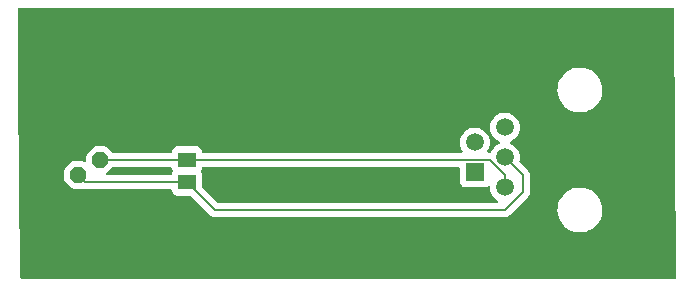
<source format=gtl>
G04 #@! TF.GenerationSoftware,KiCad,Pcbnew,7.0.2*
G04 #@! TF.CreationDate,2024-01-01T15:15:03-07:00*
G04 #@! TF.ProjectId,Temperature Senor Board V2 (2),54656d70-6572-4617-9475-72652053656e,rev?*
G04 #@! TF.SameCoordinates,Original*
G04 #@! TF.FileFunction,Copper,L1,Top*
G04 #@! TF.FilePolarity,Positive*
%FSLAX46Y46*%
G04 Gerber Fmt 4.6, Leading zero omitted, Abs format (unit mm)*
G04 Created by KiCad (PCBNEW 7.0.2) date 2024-01-01 15:15:03*
%MOMM*%
%LPD*%
G01*
G04 APERTURE LIST*
G04 Aperture macros list*
%AMOutline5P*
0 Free polygon, 5 corners , with rotation*
0 The origin of the aperture is its center*
0 number of corners: always 5*
0 $1 to $10 corner X, Y*
0 $11 Rotation angle, in degrees counterclockwise*
0 create outline with 5 corners*
4,1,5,$1,$2,$3,$4,$5,$6,$7,$8,$9,$10,$1,$2,$11*%
%AMOutline6P*
0 Free polygon, 6 corners , with rotation*
0 The origin of the aperture is its center*
0 number of corners: always 6*
0 $1 to $12 corner X, Y*
0 $13 Rotation angle, in degrees counterclockwise*
0 create outline with 6 corners*
4,1,6,$1,$2,$3,$4,$5,$6,$7,$8,$9,$10,$11,$12,$1,$2,$13*%
%AMOutline7P*
0 Free polygon, 7 corners , with rotation*
0 The origin of the aperture is its center*
0 number of corners: always 7*
0 $1 to $14 corner X, Y*
0 $15 Rotation angle, in degrees counterclockwise*
0 create outline with 7 corners*
4,1,7,$1,$2,$3,$4,$5,$6,$7,$8,$9,$10,$11,$12,$13,$14,$1,$2,$15*%
%AMOutline8P*
0 Free polygon, 8 corners , with rotation*
0 The origin of the aperture is its center*
0 number of corners: always 8*
0 $1 to $16 corner X, Y*
0 $17 Rotation angle, in degrees counterclockwise*
0 create outline with 8 corners*
4,1,8,$1,$2,$3,$4,$5,$6,$7,$8,$9,$10,$11,$12,$13,$14,$15,$16,$1,$2,$17*%
G04 Aperture macros list end*
G04 #@! TA.AperFunction,ComponentPad*
%ADD10R,1.508000X1.508000*%
G04 #@! TD*
G04 #@! TA.AperFunction,ComponentPad*
%ADD11C,1.508000*%
G04 #@! TD*
G04 #@! TA.AperFunction,ComponentPad*
%ADD12C,2.475000*%
G04 #@! TD*
G04 #@! TA.AperFunction,ComponentPad*
%ADD13Outline8P,-0.660400X0.273547X-0.273547X0.660400X0.273547X0.660400X0.660400X0.273547X0.660400X-0.273547X0.273547X-0.660400X-0.273547X-0.660400X-0.660400X-0.273547X270.000000*%
G04 #@! TD*
G04 #@! TA.AperFunction,SMDPad,CuDef*
%ADD14R,1.500000X1.300000*%
G04 #@! TD*
G04 #@! TA.AperFunction,ViaPad*
%ADD15C,0.600000*%
G04 #@! TD*
G04 #@! TA.AperFunction,Conductor*
%ADD16C,0.200000*%
G04 #@! TD*
G04 APERTURE END LIST*
D10*
X158496000Y-90292000D03*
D11*
X158496000Y-87752000D03*
X158496000Y-85212000D03*
X161036000Y-91562000D03*
X161036000Y-89022000D03*
X161036000Y-86482000D03*
D12*
X170436000Y-95252000D03*
X170436000Y-81532000D03*
D13*
X124866400Y-87960200D03*
X126771400Y-89230200D03*
X124866400Y-90500200D03*
D14*
X134112000Y-89220000D03*
X134112000Y-91120000D03*
D15*
X139192000Y-86360000D03*
X145161000Y-86360000D03*
X151130000Y-90424000D03*
X139192000Y-90424000D03*
X151130000Y-86360000D03*
X130479800Y-90220800D03*
X130429000Y-86233000D03*
X145161000Y-90424000D03*
D16*
X159760317Y-89220000D02*
X134112000Y-89220000D01*
X161036000Y-91562000D02*
X161036000Y-90495683D01*
X134112000Y-89220000D02*
X126781600Y-89220000D01*
X126781600Y-89220000D02*
X126771400Y-89230200D01*
X161036000Y-90495683D02*
X159760317Y-89220000D01*
X162560000Y-90546000D02*
X162560000Y-91948000D01*
X125486200Y-91120000D02*
X124866400Y-90500200D01*
X161036000Y-89022000D02*
X162560000Y-90546000D01*
X162560000Y-91948000D02*
X161036000Y-93472000D01*
X161036000Y-93472000D02*
X136464000Y-93472000D01*
X136464000Y-93472000D02*
X134112000Y-91120000D01*
X134112000Y-91120000D02*
X125486200Y-91120000D01*
G04 #@! TA.AperFunction,Conductor*
G36*
X132806688Y-89840185D02*
G01*
X132852443Y-89892989D01*
X132862938Y-89931245D01*
X132866318Y-89962688D01*
X132867909Y-89977484D01*
X132923550Y-90126666D01*
X132928534Y-90196358D01*
X132923550Y-90213332D01*
X132867909Y-90362514D01*
X132862938Y-90408755D01*
X132836200Y-90473306D01*
X132778807Y-90513154D01*
X132739648Y-90519500D01*
X127414935Y-90519500D01*
X127347896Y-90499815D01*
X127302141Y-90447011D01*
X127292197Y-90377853D01*
X127321222Y-90314297D01*
X127338864Y-90297575D01*
X127346375Y-90291740D01*
X127369881Y-90273480D01*
X127786542Y-89856819D01*
X127847866Y-89823334D01*
X127874224Y-89820500D01*
X132739649Y-89820500D01*
X132806688Y-89840185D01*
G37*
G04 #@! TD.AperFunction*
G04 #@! TA.AperFunction,Conductor*
G36*
X157184539Y-89840185D02*
G01*
X157230294Y-89892989D01*
X157241500Y-89944500D01*
X157241500Y-91090560D01*
X157241500Y-91090578D01*
X157241501Y-91093872D01*
X157241853Y-91097152D01*
X157241854Y-91097159D01*
X157245524Y-91131297D01*
X157247909Y-91153483D01*
X157298204Y-91288331D01*
X157384454Y-91403546D01*
X157499669Y-91489796D01*
X157634517Y-91540091D01*
X157694127Y-91546500D01*
X159297872Y-91546499D01*
X159357483Y-91540091D01*
X159492331Y-91489796D01*
X159581389Y-91423126D01*
X159646850Y-91398710D01*
X159715124Y-91413561D01*
X159764530Y-91462966D01*
X159779382Y-91531239D01*
X159779226Y-91533198D01*
X159776707Y-91561996D01*
X159795838Y-91780671D01*
X159852653Y-91992704D01*
X159880664Y-92052774D01*
X159945421Y-92191646D01*
X160071326Y-92371457D01*
X160226543Y-92526674D01*
X160396853Y-92645926D01*
X160440476Y-92700502D01*
X160447669Y-92770001D01*
X160416147Y-92832355D01*
X160355917Y-92867769D01*
X160325728Y-92871500D01*
X136764097Y-92871500D01*
X136697058Y-92851815D01*
X136676416Y-92835181D01*
X135398818Y-91557582D01*
X135365333Y-91496259D01*
X135362499Y-91469901D01*
X135362499Y-90425439D01*
X135362499Y-90422128D01*
X135356091Y-90362517D01*
X135305796Y-90227669D01*
X135305793Y-90227665D01*
X135300448Y-90213334D01*
X135295464Y-90143642D01*
X135300448Y-90126666D01*
X135305793Y-90112334D01*
X135305796Y-90112331D01*
X135356091Y-89977483D01*
X135361062Y-89931244D01*
X135387800Y-89866694D01*
X135445193Y-89826846D01*
X135484352Y-89820500D01*
X157117500Y-89820500D01*
X157184539Y-89840185D01*
G37*
G04 #@! TD.AperFunction*
G04 #@! TA.AperFunction,Conductor*
G36*
X175330863Y-76372185D02*
G01*
X175376618Y-76424989D01*
X175387822Y-76475815D01*
X175513311Y-99189315D01*
X175493997Y-99256462D01*
X175441447Y-99302508D01*
X175389313Y-99314000D01*
X120137637Y-99314000D01*
X120070598Y-99294315D01*
X120024843Y-99241511D01*
X120013645Y-99191370D01*
X119921085Y-90814723D01*
X123705500Y-90814723D01*
X123705982Y-90818564D01*
X123705983Y-90818572D01*
X123716059Y-90898796D01*
X123771137Y-91031764D01*
X123820738Y-91095616D01*
X123820746Y-91095625D01*
X123823120Y-91098681D01*
X124267922Y-91543484D01*
X124271805Y-91546500D01*
X124334837Y-91595464D01*
X124467803Y-91650540D01*
X124482939Y-91652441D01*
X124551876Y-91661100D01*
X124555753Y-91661100D01*
X125177039Y-91661100D01*
X125180923Y-91661100D01*
X125184783Y-91660615D01*
X125188602Y-91660376D01*
X125243802Y-91669572D01*
X125329438Y-91705044D01*
X125486200Y-91725683D01*
X125517508Y-91721560D01*
X125533694Y-91720500D01*
X132739649Y-91720500D01*
X132806688Y-91740185D01*
X132852443Y-91792989D01*
X132862938Y-91831245D01*
X132867909Y-91877483D01*
X132918204Y-92012331D01*
X133004454Y-92127546D01*
X133119669Y-92213796D01*
X133254517Y-92264091D01*
X133314127Y-92270500D01*
X134361902Y-92270499D01*
X134428941Y-92290183D01*
X134449583Y-92306818D01*
X136005799Y-93863034D01*
X136016494Y-93875229D01*
X136035717Y-93900282D01*
X136105700Y-93953981D01*
X136105707Y-93953986D01*
X136161159Y-93996536D01*
X136307238Y-94057044D01*
X136432698Y-94073561D01*
X136463999Y-94077682D01*
X136463999Y-94077681D01*
X136464000Y-94077682D01*
X136495302Y-94073560D01*
X136511487Y-94072500D01*
X160988513Y-94072500D01*
X161004697Y-94073560D01*
X161036000Y-94077682D01*
X161192762Y-94057044D01*
X161338841Y-93996536D01*
X161366567Y-93975261D01*
X161394294Y-93953986D01*
X161424680Y-93930668D01*
X161464282Y-93900282D01*
X161483509Y-93875223D01*
X161494190Y-93863043D01*
X161815638Y-93541595D01*
X165481686Y-93541595D01*
X165506081Y-93763300D01*
X165512114Y-93818124D01*
X165582480Y-94087276D01*
X165691284Y-94343314D01*
X165836208Y-94580781D01*
X166014163Y-94794617D01*
X166221357Y-94980263D01*
X166453373Y-95133763D01*
X166453375Y-95133764D01*
X166705268Y-95251847D01*
X166913599Y-95314524D01*
X166971669Y-95331995D01*
X167246901Y-95372500D01*
X167246904Y-95372500D01*
X167453201Y-95372500D01*
X167455463Y-95372500D01*
X167663455Y-95357277D01*
X167934997Y-95296788D01*
X168194838Y-95197408D01*
X168437440Y-95061253D01*
X168657632Y-94891226D01*
X168850722Y-94690951D01*
X169012593Y-94464696D01*
X169139797Y-94217283D01*
X169229621Y-93953986D01*
X169280152Y-93680416D01*
X169290313Y-93402404D01*
X169259886Y-93125876D01*
X169189520Y-92856724D01*
X169080716Y-92600686D01*
X168935792Y-92363219D01*
X168811441Y-92213795D01*
X168757838Y-92149384D01*
X168650015Y-92052774D01*
X168550643Y-91963737D01*
X168318627Y-91810237D01*
X168318624Y-91810235D01*
X168066731Y-91692152D01*
X167800336Y-91612006D01*
X167800332Y-91612005D01*
X167800331Y-91612005D01*
X167525099Y-91571500D01*
X167316537Y-91571500D01*
X167314288Y-91571664D01*
X167314277Y-91571665D01*
X167108544Y-91586722D01*
X166837003Y-91647211D01*
X166577163Y-91746591D01*
X166334560Y-91882747D01*
X166114366Y-92052774D01*
X165921277Y-92253048D01*
X165759405Y-92479305D01*
X165632205Y-92726711D01*
X165542377Y-92990018D01*
X165491847Y-93263583D01*
X165481686Y-93541595D01*
X161815638Y-93541595D01*
X162951044Y-92406190D01*
X162963234Y-92395501D01*
X162988282Y-92376282D01*
X163027592Y-92325053D01*
X163084536Y-92250841D01*
X163145044Y-92104762D01*
X163165682Y-91948000D01*
X163161561Y-91916696D01*
X163160500Y-91900511D01*
X163160500Y-90593487D01*
X163161561Y-90577301D01*
X163165682Y-90545999D01*
X163161358Y-90513154D01*
X163145044Y-90389238D01*
X163084536Y-90243159D01*
X163012450Y-90149214D01*
X163012448Y-90149212D01*
X162988282Y-90117718D01*
X162963233Y-90098497D01*
X162951038Y-90087802D01*
X162290382Y-89427146D01*
X162256897Y-89365823D01*
X162258289Y-89307369D01*
X162276161Y-89240673D01*
X162295292Y-89022000D01*
X162276161Y-88803328D01*
X162276161Y-88803326D01*
X162219347Y-88591297D01*
X162126579Y-88392354D01*
X162000674Y-88212543D01*
X161845457Y-88057326D01*
X161665646Y-87931421D01*
X161665642Y-87931418D01*
X161521880Y-87864382D01*
X161469440Y-87818210D01*
X161450288Y-87751017D01*
X161470504Y-87684135D01*
X161521880Y-87639618D01*
X161665642Y-87572581D01*
X161665642Y-87572580D01*
X161665646Y-87572579D01*
X161845457Y-87446674D01*
X162000674Y-87291457D01*
X162126579Y-87111646D01*
X162219347Y-86912703D01*
X162276161Y-86700674D01*
X162295292Y-86482000D01*
X162276161Y-86263326D01*
X162219347Y-86051297D01*
X162126579Y-85852354D01*
X162000674Y-85672543D01*
X161845457Y-85517326D01*
X161665646Y-85391421D01*
X161573921Y-85348649D01*
X161466704Y-85298653D01*
X161254671Y-85241838D01*
X161035999Y-85222707D01*
X160817328Y-85241838D01*
X160605295Y-85298653D01*
X160406356Y-85391420D01*
X160406354Y-85391421D01*
X160226543Y-85517326D01*
X160226539Y-85517329D01*
X160071329Y-85672539D01*
X159945420Y-85852356D01*
X159852653Y-86051295D01*
X159795838Y-86263328D01*
X159776707Y-86481999D01*
X159795838Y-86700671D01*
X159852653Y-86912704D01*
X159902649Y-87019921D01*
X159945421Y-87111646D01*
X160071326Y-87291457D01*
X160226543Y-87446674D01*
X160406354Y-87572579D01*
X160517022Y-87624184D01*
X160550120Y-87639618D01*
X160602559Y-87685790D01*
X160621711Y-87752984D01*
X160601495Y-87819865D01*
X160550120Y-87864382D01*
X160406360Y-87931418D01*
X160406354Y-87931421D01*
X160350295Y-87970674D01*
X160226539Y-88057329D01*
X160071329Y-88212539D01*
X160071326Y-88212542D01*
X160071326Y-88212543D01*
X159952919Y-88381647D01*
X159945420Y-88392356D01*
X159875622Y-88542037D01*
X159829449Y-88594476D01*
X159776170Y-88609661D01*
X159776503Y-88612187D01*
X159760317Y-88614318D01*
X159729014Y-88618439D01*
X159712830Y-88619500D01*
X159658233Y-88619500D01*
X159591194Y-88599815D01*
X159545439Y-88547011D01*
X159535495Y-88477853D01*
X159556659Y-88424376D01*
X159586579Y-88381646D01*
X159679347Y-88182703D01*
X159736161Y-87970674D01*
X159755292Y-87752000D01*
X159752681Y-87722161D01*
X159736161Y-87533328D01*
X159736161Y-87533326D01*
X159679347Y-87321297D01*
X159586579Y-87122354D01*
X159460674Y-86942543D01*
X159305457Y-86787326D01*
X159125646Y-86661421D01*
X159033921Y-86618649D01*
X158926704Y-86568653D01*
X158714671Y-86511838D01*
X158496000Y-86492707D01*
X158277328Y-86511838D01*
X158065295Y-86568653D01*
X157866356Y-86661420D01*
X157866354Y-86661421D01*
X157810295Y-86700674D01*
X157686539Y-86787329D01*
X157531329Y-86942539D01*
X157405420Y-87122356D01*
X157312653Y-87321295D01*
X157255838Y-87533328D01*
X157236707Y-87751999D01*
X157255838Y-87970671D01*
X157312653Y-88182704D01*
X157355911Y-88275472D01*
X157405421Y-88381646D01*
X157405422Y-88381647D01*
X157435341Y-88424376D01*
X157457669Y-88490582D01*
X157440659Y-88558349D01*
X157389711Y-88606163D01*
X157333767Y-88619500D01*
X135484351Y-88619500D01*
X135417312Y-88599815D01*
X135371557Y-88547011D01*
X135361061Y-88508753D01*
X135356091Y-88462517D01*
X135305796Y-88327669D01*
X135219546Y-88212454D01*
X135104331Y-88126204D01*
X134969483Y-88075909D01*
X134909873Y-88069500D01*
X134906550Y-88069500D01*
X133317439Y-88069500D01*
X133317420Y-88069500D01*
X133314128Y-88069501D01*
X133310848Y-88069853D01*
X133310840Y-88069854D01*
X133254515Y-88075909D01*
X133119669Y-88126204D01*
X133004454Y-88212454D01*
X132918204Y-88327668D01*
X132867909Y-88462516D01*
X132862938Y-88508755D01*
X132836200Y-88573306D01*
X132778807Y-88613154D01*
X132739648Y-88619500D01*
X127853823Y-88619500D01*
X127786784Y-88599815D01*
X127766142Y-88583181D01*
X127575317Y-88392356D01*
X127369878Y-88186916D01*
X127359796Y-88179084D01*
X127302962Y-88134935D01*
X127169996Y-88079859D01*
X127089772Y-88069783D01*
X127089766Y-88069782D01*
X127085924Y-88069300D01*
X126456877Y-88069300D01*
X126453036Y-88069782D01*
X126453027Y-88069783D01*
X126372803Y-88079859D01*
X126239835Y-88134937D01*
X126175983Y-88184538D01*
X126175965Y-88184553D01*
X126172919Y-88186920D01*
X126170185Y-88189653D01*
X126170177Y-88189661D01*
X125730854Y-88628983D01*
X125730846Y-88628991D01*
X125728116Y-88631722D01*
X125725745Y-88634773D01*
X125725739Y-88634781D01*
X125676135Y-88698637D01*
X125621059Y-88831603D01*
X125610983Y-88911827D01*
X125610500Y-88915676D01*
X125610499Y-88919552D01*
X125610500Y-88919552D01*
X125610500Y-89316694D01*
X125590815Y-89383733D01*
X125538011Y-89429488D01*
X125468853Y-89439432D01*
X125410432Y-89414621D01*
X125397962Y-89404935D01*
X125264996Y-89349859D01*
X125184772Y-89339783D01*
X125184766Y-89339782D01*
X125180924Y-89339300D01*
X124551877Y-89339300D01*
X124548036Y-89339782D01*
X124548027Y-89339783D01*
X124467803Y-89349859D01*
X124334835Y-89404937D01*
X124270983Y-89454538D01*
X124270965Y-89454553D01*
X124267919Y-89456920D01*
X124265185Y-89459653D01*
X124265177Y-89459661D01*
X123825854Y-89898983D01*
X123825846Y-89898991D01*
X123823116Y-89901722D01*
X123820745Y-89904773D01*
X123820739Y-89904781D01*
X123771135Y-89968637D01*
X123716059Y-90101603D01*
X123707469Y-90169999D01*
X123705500Y-90185676D01*
X123705500Y-90814723D01*
X119921085Y-90814723D01*
X119838951Y-83381595D01*
X165481686Y-83381595D01*
X165506081Y-83603300D01*
X165512114Y-83658124D01*
X165582480Y-83927276D01*
X165691284Y-84183314D01*
X165836208Y-84420781D01*
X166014163Y-84634617D01*
X166221357Y-84820263D01*
X166453373Y-84973763D01*
X166453375Y-84973764D01*
X166705268Y-85091847D01*
X166913599Y-85154524D01*
X166971669Y-85171995D01*
X167246901Y-85212500D01*
X167246904Y-85212500D01*
X167453201Y-85212500D01*
X167455463Y-85212500D01*
X167663455Y-85197277D01*
X167934997Y-85136788D01*
X168194838Y-85037408D01*
X168437440Y-84901253D01*
X168657632Y-84731226D01*
X168850722Y-84530951D01*
X169012593Y-84304696D01*
X169139797Y-84057283D01*
X169229621Y-83793986D01*
X169280152Y-83520416D01*
X169290313Y-83242404D01*
X169259886Y-82965876D01*
X169189520Y-82696724D01*
X169080716Y-82440686D01*
X168935792Y-82203219D01*
X168757837Y-81989383D01*
X168550643Y-81803737D01*
X168318627Y-81650237D01*
X168318624Y-81650235D01*
X168066731Y-81532152D01*
X167800336Y-81452006D01*
X167800332Y-81452005D01*
X167800331Y-81452005D01*
X167525099Y-81411500D01*
X167316537Y-81411500D01*
X167314288Y-81411664D01*
X167314277Y-81411665D01*
X167108544Y-81426722D01*
X166837003Y-81487211D01*
X166577163Y-81586591D01*
X166334560Y-81722747D01*
X166114366Y-81892774D01*
X165921277Y-82093048D01*
X165759405Y-82319305D01*
X165632205Y-82566711D01*
X165542377Y-82830018D01*
X165491847Y-83103583D01*
X165481686Y-83381595D01*
X119838951Y-83381595D01*
X119786500Y-78634750D01*
X119786500Y-76476500D01*
X119806185Y-76409460D01*
X119858989Y-76363705D01*
X119910500Y-76352500D01*
X175263824Y-76352500D01*
X175330863Y-76372185D01*
G37*
G04 #@! TD.AperFunction*
M02*

</source>
